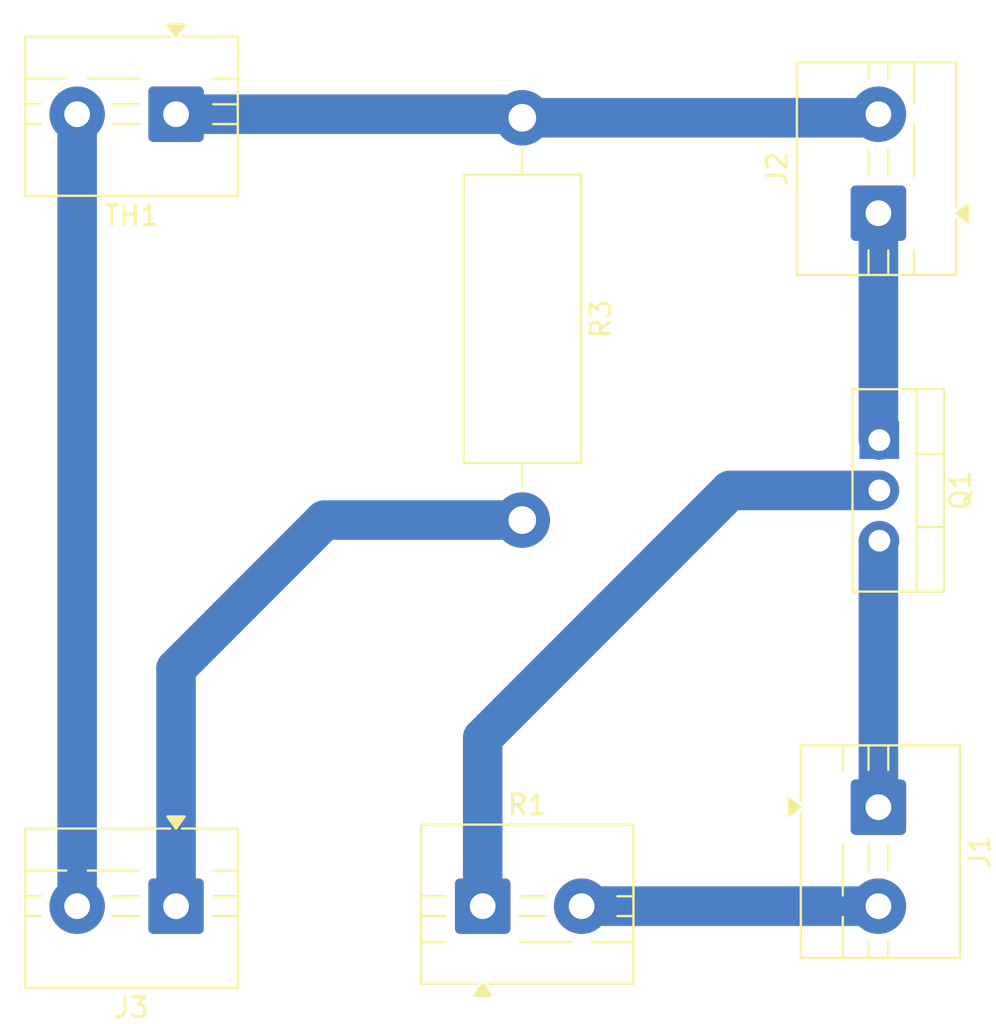
<source format=kicad_pcb>
(kicad_pcb (version 20241229) (generator "pcbnew") (generator_version "9.0")
  (layers (0 "F.Cu" signal) (2 "B.Cu" signal) (13 "F.Paste" user) (15 "B.Paste" user) (5 "F.SilkS" user "F.Silkscreen") (7 "B.SilkS" user "B.Silkscreen") (1 "F.Mask" user) (3 "B.Mask" user) (25 "Edge.Cuts" user))
  (net 0 "")
  (net 1 "GND")
  (net 2 "A0")
  (net 3 "D6")
  (net 4 "Net-(Q1-D)")
  (net 5 "+5V")
  (net 6 "Net-(J1-Pin_2)")
  (net 7 "Net-(J1-Pin_1)")
  (footprint "TerminalBlock:TerminalBlock_MaiXu_MX126-5.0-02P_1x02_P5.00mm" (layer "F.Cu") (at 147 86.5 -90)
    (property "Reference" "J1" (at 2.25 -5.12 90) (layer "F.SilkS"))
    (property "Value" "BorneAlimentação")
    (fp_line (start -3.12 3.92) (end -3.12 -4.12) (stroke (width 0.12)) (layer "F.SilkS"))
    (fp_line (start -0.3 3.92) (end -3.12 3.92) (stroke (width 0.12)) (layer "F.SilkS"))
    (fp_line (start 7.62 3.92) (end 0.3 3.92) (stroke (width 0.12)) (layer "F.SilkS"))
    (fp_line (start -3.12 1.8) (end -1.88 1.8) (stroke (width 0.12)) (layer "F.SilkS"))
    (fp_line (start 1.88 1.8) (end 4.457 1.8) (stroke (width 0.12)) (layer "F.SilkS"))
    (fp_line (start 5.543 1.8) (end 7.62 1.8) (stroke (width 0.12)) (layer "F.SilkS"))
    (fp_line (start -3.12 0.5) (end -1.88 0.5) (stroke (width 0.12)) (layer "F.SilkS"))
    (fp_line (start 1.88 0.5) (end 3.188 0.5) (stroke (width 0.12)) (layer "F.SilkS"))
    (fp_line (start 6.812 0.5) (end 7.62 0.5) (stroke (width 0.12)) (layer "F.SilkS"))
    (fp_line (start -3.12 -0.5) (end -1.88 -0.5) (stroke (width 0.12)) (layer "F.SilkS"))
    (fp_line (start 1.88 -0.5) (end 3.188 -0.5) (stroke (width 0.12)) (layer "F.SilkS"))
    (fp_line (start 6.812 -0.5) (end 7.62 -0.5) (stroke (width 0.12)) (layer "F.SilkS"))
    (fp_line (start -3.12 -4.12) (end 7.62 -4.12) (stroke (width 0.12)) (layer "F.SilkS"))
    (fp_line (start 7.62 -4.12) (end 7.62 3.92) (stroke (width 0.12)) (layer "F.SilkS"))
    (fp_poly (pts (xy 0 3.92) (xy 0.44 4.53) (xy -0.44 4.53)) (stroke (width 0.12)) (fill yes) (layer "F.SilkS"))
    (pad "1" thru_hole roundrect (at 0 0 270) (size 2.8 2.8) (drill 1.3) (layers "*.Cu" "*.Mask") (roundrect_rratio 0.089286) (net 7 "Net-(J1-Pin_1)"))
    (pad "2" thru_hole circle (at 5 0 270) (size 2.8 2.8) (drill 1.3) (layers "*.Cu" "*.Mask") (net 6 "Net-(J1-Pin_2)"))
  )
  (footprint "Resistor_THT:R_Axial_DIN0614_L14.3mm_D5.7mm_P20.32mm_Horizontal" (layer "F.Cu") (at 129 51.68 -90)
    (property "Reference" "R3" (at 10.16 -3.97 90) (layer "F.SilkS"))
    (property "Value" "100KΩ")
    (fp_line (start 1.64 0) (end 2.89 0) (stroke (width 0.12)) (layer "F.SilkS"))
    (fp_line (start 18.68 0) (end 17.43 0) (stroke (width 0.12)) (layer "F.SilkS"))
    (fp_rect (start 2.89 -2.97) (end 17.43 2.97) (stroke (width 0.12)) (fill no) (layer "F.SilkS"))
    (pad "1" thru_hole circle (at 0 0 270) (size 2.8 2.8) (drill 1.4) (layers "*.Cu" "*.Mask") (net 2 "A0"))
    (pad "2" thru_hole circle (at 20.32 0 270) (size 2.8 2.8) (drill 1.4) (layers "*.Cu" "*.Mask") (net 5 "+5V"))
  )
  (footprint "TerminalBlock:TerminalBlock_MaiXu_MX126-5.0-02P_1x02_P5.00mm" (layer "F.Cu") (at 111.5 51.5 180)
    (property "Reference" "TH1" (at 2.25 -5.12 180) (layer "F.SilkS"))
    (property "Value" "Thermistor")
    (fp_line (start 7.62 3.92) (end 0.3 3.92) (stroke (width 0.12)) (layer "F.SilkS"))
    (fp_line (start 7.62 -4.12) (end 7.62 3.92) (stroke (width 0.12)) (layer "F.SilkS"))
    (fp_line (start 6.812 0.5) (end 7.62 0.5) (stroke (width 0.12)) (layer "F.SilkS"))
    (fp_line (start 6.812 -0.5) (end 7.62 -0.5) (stroke (width 0.12)) (layer "F.SilkS"))
    (fp_line (start 5.543 1.8) (end 7.62 1.8) (stroke (width 0.12)) (layer "F.SilkS"))
    (fp_line (start 1.88 1.8) (end 4.457 1.8) (stroke (width 0.12)) (layer "F.SilkS"))
    (fp_line (start 1.88 0.5) (end 3.188 0.5) (stroke (width 0.12)) (layer "F.SilkS"))
    (fp_line (start 1.88 -0.5) (end 3.188 -0.5) (stroke (width 0.12)) (layer "F.SilkS"))
    (fp_line (start -0.3 3.92) (end -3.12 3.92) (stroke (width 0.12)) (layer "F.SilkS"))
    (fp_line (start -3.12 3.92) (end -3.12 -4.12) (stroke (width 0.12)) (layer "F.SilkS"))
    (fp_line (start -3.12 1.8) (end -1.88 1.8) (stroke (width 0.12)) (layer "F.SilkS"))
    (fp_line (start -3.12 0.5) (end -1.88 0.5) (stroke (width 0.12)) (layer "F.SilkS"))
    (fp_line (start -3.12 -0.5) (end -1.88 -0.5) (stroke (width 0.12)) (layer "F.SilkS"))
    (fp_line (start -3.12 -4.12) (end 7.62 -4.12) (stroke (width 0.12)) (layer "F.SilkS"))
    (fp_poly (pts (xy 0 3.92) (xy 0.44 4.53) (xy -0.44 4.53)) (stroke (width 0.12)) (fill yes) (layer "F.SilkS"))
    (pad "1" thru_hole roundrect (at 0 0 180) (size 2.8 2.8) (drill 1.3) (layers "*.Cu" "*.Mask") (roundrect_rratio 0.089286) (net 2 "A0"))
    (pad "2" thru_hole circle (at 5 0 180) (size 2.8 2.8) (drill 1.3) (layers "*.Cu" "*.Mask") (net 1 "GND"))
  )
  (footprint "TerminalBlock:TerminalBlock_MaiXu_MX126-5.0-02P_1x02_P5.00mm" (layer "F.Cu") (at 127 91.5)
    (property "Reference" "R1" (at 2.25 -5.12 0) (layer "F.SilkS"))
    (property "Value" "Heater")
    (fp_line (start -3.12 -4.12) (end 7.62 -4.12) (stroke (width 0.12)) (layer "F.SilkS"))
    (fp_line (start -3.12 -0.5) (end -1.88 -0.5) (stroke (width 0.12)) (layer "F.SilkS"))
    (fp_line (start -3.12 0.5) (end -1.88 0.5) (stroke (width 0.12)) (layer "F.SilkS"))
    (fp_line (start -3.12 1.8) (end -1.88 1.8) (stroke (width 0.12)) (layer "F.SilkS"))
    (fp_line (start -3.12 3.92) (end -3.12 -4.12) (stroke (width 0.12)) (layer "F.SilkS"))
    (fp_line (start -0.3 3.92) (end -3.12 3.92) (stroke (width 0.12)) (layer "F.SilkS"))
    (fp_line (start 1.88 -0.5) (end 3.188 -0.5) (stroke (width 0.12)) (layer "F.SilkS"))
    (fp_line (start 1.88 0.5) (end 3.188 0.5) (stroke (width 0.12)) (layer "F.SilkS"))
    (fp_line (start 1.88 1.8) (end 4.457 1.8) (stroke (width 0.12)) (layer "F.SilkS"))
    (fp_line (start 5.543 1.8) (end 7.62 1.8) (stroke (width 0.12)) (layer "F.SilkS"))
    (fp_line (start 6.812 -0.5) (end 7.62 -0.5) (stroke (width 0.12)) (layer "F.SilkS"))
    (fp_line (start 6.812 0.5) (end 7.62 0.5) (stroke (width 0.12)) (layer "F.SilkS"))
    (fp_line (start 7.62 -4.12) (end 7.62 3.92) (stroke (width 0.12)) (layer "F.SilkS"))
    (fp_line (start 7.62 3.92) (end 0.3 3.92) (stroke (width 0.12)) (layer "F.SilkS"))
    (fp_poly (pts (xy 0 3.92) (xy 0.44 4.53) (xy -0.44 4.53)) (stroke (width 0.12)) (fill yes) (layer "F.SilkS"))
    (pad "1" thru_hole roundrect (at 0 0) (size 2.8 2.8) (drill 1.3) (layers "*.Cu" "*.Mask") (roundrect_rratio 0.089286) (net 4 "Net-(Q1-D)"))
    (pad "2" thru_hole circle (at 5 0) (size 2.8 2.8) (drill 1.3) (layers "*.Cu" "*.Mask") (net 6 "Net-(J1-Pin_2)"))
  )
  (footprint "TerminalBlock:TerminalBlock_MaiXu_MX126-5.0-02P_1x02_P5.00mm" (layer "F.Cu") (at 111.5 91.5 180)
    (property "Reference" "J3" (at 2.25 -5.12 0) (layer "F.SilkS"))
    (property "Value" "BorneAlimArduino")
    (fp_line (start 7.62 3.92) (end 0.3 3.92) (stroke (width 0.12)) (layer "F.SilkS"))
    (fp_line (start 7.62 -4.12) (end 7.62 3.92) (stroke (width 0.12)) (layer "F.SilkS"))
    (fp_line (start 6.812 0.5) (end 7.62 0.5) (stroke (width 0.12)) (layer "F.SilkS"))
    (fp_line (start 6.812 -0.5) (end 7.62 -0.5) (stroke (width 0.12)) (layer "F.SilkS"))
    (fp_line (start 5.543 1.8) (end 7.62 1.8) (stroke (width 0.12)) (layer "F.SilkS"))
    (fp_line (start 1.88 1.8) (end 4.457 1.8) (stroke (width 0.12)) (layer "F.SilkS"))
    (fp_line (start 1.88 0.5) (end 3.188 0.5) (stroke (width 0.12)) (layer "F.SilkS"))
    (fp_line (start 1.88 -0.5) (end 3.188 -0.5) (stroke (width 0.12)) (layer "F.SilkS"))
    (fp_line (start -0.3 3.92) (end -3.12 3.92) (stroke (width 0.12)) (layer "F.SilkS"))
    (fp_line (start -3.12 3.92) (end -3.12 -4.12) (stroke (width 0.12)) (layer "F.SilkS"))
    (fp_line (start -3.12 1.8) (end -1.88 1.8) (stroke (width 0.12)) (layer "F.SilkS"))
    (fp_line (start -3.12 0.5) (end -1.88 0.5) (stroke (width 0.12)) (layer "F.SilkS"))
    (fp_line (start -3.12 -0.5) (end -1.88 -0.5) (stroke (width 0.12)) (layer "F.SilkS"))
    (fp_line (start -3.12 -4.12) (end 7.62 -4.12) (stroke (width 0.12)) (layer "F.SilkS"))
    (fp_poly (pts (xy 0 3.92) (xy 0.44 4.53) (xy -0.44 4.53)) (stroke (width 0.12)) (fill yes) (layer "F.SilkS"))
    (pad "1" thru_hole roundrect (at 0 0 180) (size 2.8 2.8) (drill 1.3) (layers "*.Cu" "*.Mask") (roundrect_rratio 0.089286) (net 5 "+5V"))
    (pad "2" thru_hole circle (at 5 0 180) (size 2.8 2.8) (drill 1.3) (layers "*.Cu" "*.Mask") (net 1 "GND"))
  )
  (footprint "Package_TO_SOT_THT:TO-220-3_Vertical" (layer "F.Cu") (at 147.05 67.96 -90)
    (property "Reference" "Q1" (at 2.54 -4.1 90) (layer "F.SilkS"))
    (property "Value" "IRLZ44N")
    (fp_line (start -2.57 1.36) (end -2.57 -3.26) (stroke (width 0.12)) (layer "F.SilkS"))
    (fp_line (start 7.65 1.36) (end -2.57 1.36) (stroke (width 0.12)) (layer "F.SilkS"))
    (fp_line (start -2.57 -1.88) (end 7.65 -1.88) (stroke (width 0.12)) (layer "F.SilkS"))
    (fp_line (start -2.57 -3.26) (end 7.65 -3.26) (stroke (width 0.12)) (layer "F.SilkS"))
    (fp_line (start 0.69 -3.26) (end 0.69 -1.88) (stroke (width 0.12)) (layer "F.SilkS"))
    (fp_line (start 4.39 -3.26) (end 4.39 -1.88) (stroke (width 0.12)) (layer "F.SilkS"))
    (fp_line (start 7.65 -3.26) (end 7.65 1.36) (stroke (width 0.12)) (layer "F.SilkS"))
    (pad "1" thru_hole rect (at 0 0 270) (size 1.905 2) (drill 1.1) (layers "*.Cu" "*.Mask") (net 3 "D6"))
    (pad "2" thru_hole oval (at 2.54 0 270) (size 1.905 2) (drill 1.1) (layers "*.Cu" "*.Mask") (net 4 "Net-(Q1-D)"))
    (pad "3" thru_hole oval (at 5.08 0 270) (size 1.905 2) (drill 1.1) (layers "*.Cu" "*.Mask") (net 7 "Net-(J1-Pin_1)"))
  )
  (footprint "TerminalBlock:TerminalBlock_MaiXu_MX126-5.0-02P_1x02_P5.00mm" (layer "F.Cu") (at 147 56.5 90)
    (property "Reference" "J2" (at 2.25 -5.12 90) (layer "F.SilkS"))
    (property "Value" "BorneArduino")
    (fp_line (start 7.62 -4.12) (end 7.62 3.92) (stroke (width 0.12)) (layer "F.SilkS"))
    (fp_line (start -3.12 -4.12) (end 7.62 -4.12) (stroke (width 0.12)) (layer "F.SilkS"))
    (fp_line (start 6.812 -0.5) (end 7.62 -0.5) (stroke (width 0.12)) (layer "F.SilkS"))
    (fp_line (start 1.88 -0.5) (end 3.188 -0.5) (stroke (width 0.12)) (layer "F.SilkS"))
    (fp_line (start -3.12 -0.5) (end -1.88 -0.5) (stroke (width 0.12)) (layer "F.SilkS"))
    (fp_line (start 6.812 0.5) (end 7.62 0.5) (stroke (width 0.12)) (layer "F.SilkS"))
    (fp_line (start 1.88 0.5) (end 3.188 0.5) (stroke (width 0.12)) (layer "F.SilkS"))
    (fp_line (start -3.12 0.5) (end -1.88 0.5) (stroke (width 0.12)) (layer "F.SilkS"))
    (fp_line (start 5.543 1.8) (end 7.62 1.8) (stroke (width 0.12)) (layer "F.SilkS"))
    (fp_line (start 1.88 1.8) (end 4.457 1.8) (stroke (width 0.12)) (layer "F.SilkS"))
    (fp_line (start -3.12 1.8) (end -1.88 1.8) (stroke (width 0.12)) (layer "F.SilkS"))
    (fp_line (start 7.62 3.92) (end 0.3 3.92) (stroke (width 0.12)) (layer "F.SilkS"))
    (fp_line (start -0.3 3.92) (end -3.12 3.92) (stroke (width 0.12)) (layer "F.SilkS"))
    (fp_line (start -3.12 3.92) (end -3.12 -4.12) (stroke (width 0.12)) (layer "F.SilkS"))
    (fp_poly (pts (xy 0 3.92) (xy 0.44 4.53) (xy -0.44 4.53)) (stroke (width 0.12)) (fill yes) (layer "F.SilkS"))
    (pad "1" thru_hole roundrect (at 0 0 90) (size 2.8 2.8) (drill 1.3) (layers "*.Cu" "*.Mask") (roundrect_rratio 0.089286) (net 3 "D6"))
    (pad "2" thru_hole circle (at 5 0 90) (size 2.8 2.8) (drill 1.3) (layers "*.Cu" "*.Mask") (net 2 "A0"))
  )
  (segment (start 106.5 51.5) (end 106.5 91.5) (width 2) (layer "B.Cu") (net 1))
  (segment (start 129 51.68) (end 146.82 51.68) (width 2) (layer "B.Cu") (net 2))
  (segment (start 128.82 51.5) (end 129 51.68) (width 2) (layer "B.Cu") (net 2))
  (segment (start 111.5 51.5) (end 128.82 51.5) (width 2) (layer "B.Cu") (net 2))
  (segment (start 146.82 51.68) (end 147 51.5) (width 2) (layer "B.Cu") (net 2))
  (segment (start 147 56.5) (end 147 67.91) (width 2) (layer "B.Cu") (net 3))
  (segment (start 147 67.91) (end 147.05 67.96) (width 2) (layer "B.Cu") (net 3))
  (segment (start 147.05 70.5) (end 139.5 70.5) (width 2) (layer "B.Cu") (net 4))
  (segment (start 139.5 70.5) (end 127 83) (width 2) (layer "B.Cu") (net 4))
  (segment (start 127 83) (end 127 91.5) (width 2) (layer "B.Cu") (net 4))
  (segment (start 119 72) (end 129 72) (width 2) (layer "B.Cu") (net 5))
  (segment (start 111.5 91.5) (end 111.5 79.5) (width 2) (layer "B.Cu") (net 5))
  (segment (start 111.5 79.5) (end 119 72) (width 2) (layer "B.Cu") (net 5))
  (segment (start 132 91.5) (end 147 91.5) (width 2) (layer "B.Cu") (net 6))
  (segment (start 147.0325 73.0575) (end 147.05 73.04) (width 0.2) (layer "B.Cu") (net 7))
  (segment (start 147 86.5) (end 147 73.09) (width 2) (layer "B.Cu") (net 7))
  (segment (start 147 73.09) (end 147.05 73.04) (width 2) (layer "B.Cu") (net 7))
)
</source>
